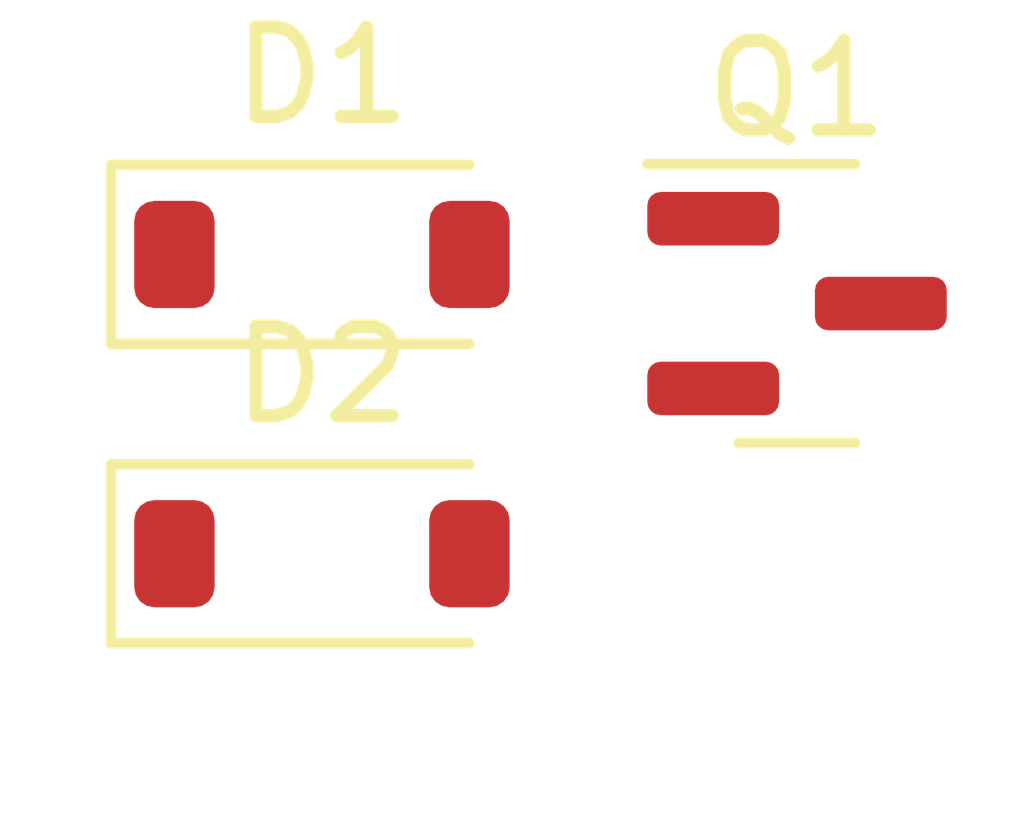
<source format=kicad_pcb>
(kicad_pcb (version 20221018) (generator pcbnew)
  (layers (0 "F.Cu" signal) (31 "B.Cu" signal) (34 "B.Paste" user) (35 "F.Paste" user) (36 "B.SilkS" user "B.Silkscreen") (37 "F.SilkS" user "F.Silkscreen") (38 "B.Mask" user) (39 "F.Mask" user) (44 "Edge.Cuts" user))
  (net 0 "")
  (net 1 "Net-(D1-K)")
  (net 2 "Net-(D1-A)")
  (net 3 "GND")
  (net 4 "Net-(Q1-E)")
  (net 5 "Net-(D3-K)")
  (footprint "Diode_SMD:D_SOD-123" (layer "F.Cu") (at 100.1735 80.016)
    (fp_text reference "D2" (at 0 -2) (layer "F.SilkS"))
    (fp_text value "1N4148W")
    (fp_line (start -2.36 -1) (end -2.36 1) (stroke (width 0.12)) (layer "F.SilkS"))
    (fp_line (start -2.36 -1) (end 1.65 -1) (stroke (width 0.12)) (layer "F.SilkS"))
    (fp_line (start -2.36 1) (end 1.65 1) (stroke (width 0.12)) (layer "F.SilkS"))
    (pad "1" smd roundrect (at -1.65 0) (size 0.9 1.2) (layers "F.Cu" "F.Paste" "F.Mask") (net 3 "GND"))
    (pad "2" smd roundrect (at 1.65 0) (size 0.9 1.2) (layers "F.Cu" "F.Paste" "F.Mask") (net 1 "Net-(D1-K)"))
  )
  (footprint "Package_TO_SOT_SMD:SOT-23" (layer "F.Cu") (at 105.4885 77.216)
    (fp_text reference "Q1" (at 0 -2.4) (layer "F.SilkS"))
    (fp_text value "BC817")
    (fp_line (start 0 -1.56) (end -1.675 -1.56) (stroke (width 0.12)) (layer "F.SilkS"))
    (fp_line (start 0 -1.56) (end 0.65 -1.56) (stroke (width 0.12)) (layer "F.SilkS"))
    (fp_line (start 0 1.56) (end -0.65 1.56) (stroke (width 0.12)) (layer "F.SilkS"))
    (fp_line (start 0 1.56) (end 0.65 1.56) (stroke (width 0.12)) (layer "F.SilkS"))
    (pad "1" smd roundrect (at -0.9375 -0.95) (size 1.475 0.6) (layers "F.Cu" "F.Paste" "F.Mask") (net 2 "Net-(D1-A)"))
    (pad "2" smd roundrect (at -0.9375 0.95) (size 1.475 0.6) (layers "F.Cu" "F.Paste" "F.Mask") (net 4 "Net-(Q1-E)"))
    (pad "3" smd roundrect (at 0.9375 0) (size 1.475 0.6) (layers "F.Cu" "F.Paste" "F.Mask") (net 5 "Net-(D3-K)"))
  )
  (footprint "Diode_SMD:D_SOD-123" (layer "F.Cu") (at 100.1735 76.666)
    (fp_text reference "D1" (at 0 -2) (layer "F.SilkS"))
    (fp_text value "1N4148W")
    (fp_line (start -2.36 -1) (end -2.36 1) (stroke (width 0.12)) (layer "F.SilkS"))
    (fp_line (start -2.36 -1) (end 1.65 -1) (stroke (width 0.12)) (layer "F.SilkS"))
    (fp_line (start -2.36 1) (end 1.65 1) (stroke (width 0.12)) (layer "F.SilkS"))
    (pad "1" smd roundrect (at -1.65 0) (size 0.9 1.2) (layers "F.Cu" "F.Paste" "F.Mask") (net 1 "Net-(D1-K)"))
    (pad "2" smd roundrect (at 1.65 0) (size 0.9 1.2) (layers "F.Cu" "F.Paste" "F.Mask") (net 2 "Net-(D1-A)"))
  )
)
</source>
